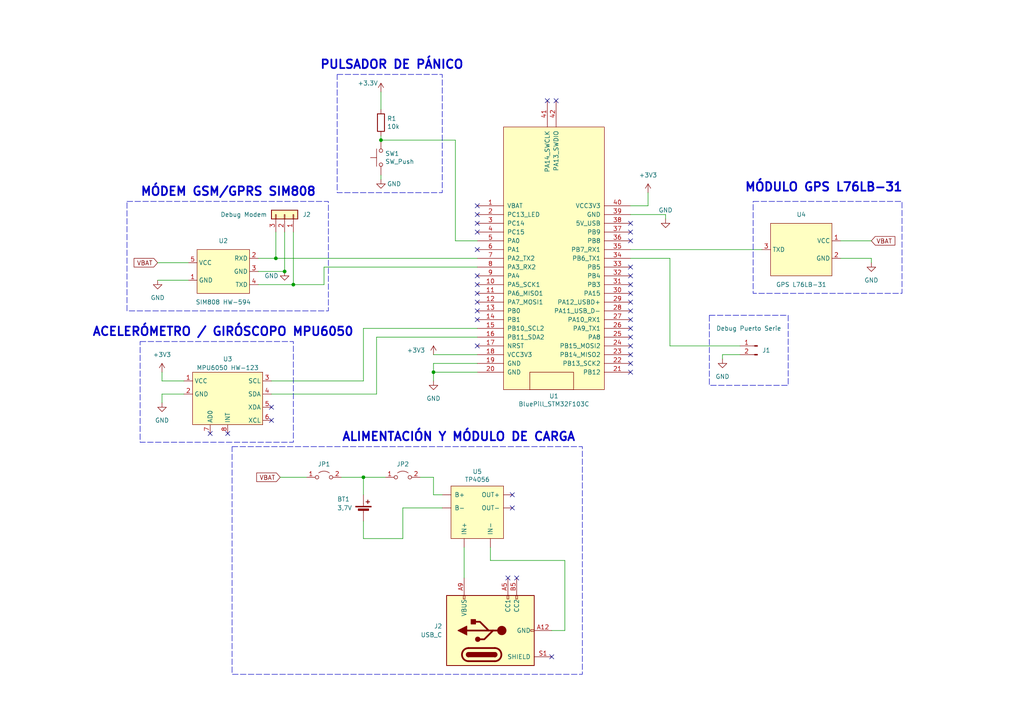
<source format=kicad_sch>
(kicad_sch (version 20230121) (generator eeschema)

  (uuid 474708fa-de33-4f48-b40f-a9b7a8e5ff06)

  (paper "A4")

  (title_block
    (title "Dispositivo de Localización y Seguimiento")
    (date "2023-11-29")
    (rev "1.0")
    (company "Técnicas Digitales III - Ingeniería Electrónica - UNLaM")
    (comment 1 "Diseñado por: Nicolás Agostino")
  )

  (lib_symbols
    (symbol "Connector:Conn_01x02_Pin" (pin_names (offset 1.016) hide) (in_bom yes) (on_board yes)
      (property "Reference" "J" (at 0 2.54 0)
        (effects (font (size 1.27 1.27)))
      )
      (property "Value" "Conn_01x02_Pin" (at 0 -5.08 0)
        (effects (font (size 1.27 1.27)))
      )
      (property "Footprint" "" (at 0 0 0)
        (effects (font (size 1.27 1.27)) hide)
      )
      (property "Datasheet" "~" (at 0 0 0)
        (effects (font (size 1.27 1.27)) hide)
      )
      (property "ki_locked" "" (at 0 0 0)
        (effects (font (size 1.27 1.27)))
      )
      (property "ki_keywords" "connector" (at 0 0 0)
        (effects (font (size 1.27 1.27)) hide)
      )
      (property "ki_description" "Generic connector, single row, 01x02, script generated" (at 0 0 0)
        (effects (font (size 1.27 1.27)) hide)
      )
      (property "ki_fp_filters" "Connector*:*_1x??_*" (at 0 0 0)
        (effects (font (size 1.27 1.27)) hide)
      )
      (symbol "Conn_01x02_Pin_1_1"
        (polyline
          (pts
            (xy 1.27 -2.54)
            (xy 0.8636 -2.54)
          )
          (stroke (width 0.1524) (type default))
          (fill (type none))
        )
        (polyline
          (pts
            (xy 1.27 0)
            (xy 0.8636 0)
          )
          (stroke (width 0.1524) (type default))
          (fill (type none))
        )
        (rectangle (start 0.8636 -2.413) (end 0 -2.667)
          (stroke (width 0.1524) (type default))
          (fill (type outline))
        )
        (rectangle (start 0.8636 0.127) (end 0 -0.127)
          (stroke (width 0.1524) (type default))
          (fill (type outline))
        )
        (pin passive line (at 5.08 0 180) (length 3.81)
          (name "Pin_1" (effects (font (size 1.27 1.27))))
          (number "1" (effects (font (size 1.27 1.27))))
        )
        (pin passive line (at 5.08 -2.54 180) (length 3.81)
          (name "Pin_2" (effects (font (size 1.27 1.27))))
          (number "2" (effects (font (size 1.27 1.27))))
        )
      )
    )
    (symbol "Connector:USB_C_Receptacle_PowerOnly_6P" (pin_names (offset 1.016)) (in_bom yes) (on_board yes)
      (property "Reference" "J" (at 0 16.51 0)
        (effects (font (size 1.27 1.27)) (justify bottom))
      )
      (property "Value" "USB_C_Receptacle_PowerOnly_6P" (at 0 13.97 0)
        (effects (font (size 1.27 1.27)) (justify bottom))
      )
      (property "Footprint" "" (at 3.81 2.54 0)
        (effects (font (size 1.27 1.27)) hide)
      )
      (property "Datasheet" "https://www.usb.org/sites/default/files/documents/usb_type-c.zip" (at 0 0 0)
        (effects (font (size 1.27 1.27)) hide)
      )
      (property "ki_keywords" "usb universal serial bus type-C power-only charging-only 6P 6C" (at 0 0 0)
        (effects (font (size 1.27 1.27)) hide)
      )
      (property "ki_description" "USB Power-Only 6P Type-C Receptacle connector" (at 0 0 0)
        (effects (font (size 1.27 1.27)) hide)
      )
      (property "ki_fp_filters" "USB*C*Receptacle*" (at 0 0 0)
        (effects (font (size 1.27 1.27)) hide)
      )
      (symbol "USB_C_Receptacle_PowerOnly_6P_0_0"
        (rectangle (start -0.254 -12.7) (end 0.254 -11.684)
          (stroke (width 0) (type default))
          (fill (type none))
        )
        (rectangle (start 10.16 -7.366) (end 9.144 -7.874)
          (stroke (width 0) (type default))
          (fill (type none))
        )
        (rectangle (start 10.16 -4.826) (end 9.144 -5.334)
          (stroke (width 0) (type default))
          (fill (type none))
        )
        (rectangle (start 10.16 7.874) (end 9.144 7.366)
          (stroke (width 0) (type default))
          (fill (type none))
        )
      )
      (symbol "USB_C_Receptacle_PowerOnly_6P_0_1"
        (rectangle (start -10.16 12.7) (end 10.16 -12.7)
          (stroke (width 0.254) (type default))
          (fill (type background))
        )
        (arc (start -8.89 -1.27) (mid -6.985 -3.1667) (end -5.08 -1.27)
          (stroke (width 0.508) (type default))
          (fill (type none))
        )
        (arc (start -7.62 -1.27) (mid -6.985 -1.9023) (end -6.35 -1.27)
          (stroke (width 0.254) (type default))
          (fill (type none))
        )
        (arc (start -7.62 -1.27) (mid -6.985 -1.9023) (end -6.35 -1.27)
          (stroke (width 0.254) (type default))
          (fill (type outline))
        )
        (rectangle (start -7.62 -1.27) (end -6.35 6.35)
          (stroke (width 0.254) (type default))
          (fill (type outline))
        )
        (arc (start -6.35 6.35) (mid -6.985 6.9823) (end -7.62 6.35)
          (stroke (width 0.254) (type default))
          (fill (type none))
        )
        (arc (start -6.35 6.35) (mid -6.985 6.9823) (end -7.62 6.35)
          (stroke (width 0.254) (type default))
          (fill (type outline))
        )
        (arc (start -5.08 6.35) (mid -6.985 8.2467) (end -8.89 6.35)
          (stroke (width 0.508) (type default))
          (fill (type none))
        )
        (circle (center -2.54 3.683) (radius 0.635)
          (stroke (width 0.254) (type default))
          (fill (type outline))
        )
        (circle (center 0 -3.302) (radius 1.27)
          (stroke (width 0) (type default))
          (fill (type outline))
        )
        (polyline
          (pts
            (xy -8.89 -1.27)
            (xy -8.89 6.35)
          )
          (stroke (width 0.508) (type default))
          (fill (type none))
        )
        (polyline
          (pts
            (xy -5.08 6.35)
            (xy -5.08 -1.27)
          )
          (stroke (width 0.508) (type default))
          (fill (type none))
        )
        (polyline
          (pts
            (xy 0 -3.302)
            (xy 0 6.858)
          )
          (stroke (width 0.508) (type default))
          (fill (type none))
        )
        (polyline
          (pts
            (xy 0 -0.762)
            (xy -2.54 1.778)
            (xy -2.54 3.048)
          )
          (stroke (width 0.508) (type default))
          (fill (type none))
        )
        (polyline
          (pts
            (xy 0 0.508)
            (xy 2.54 3.048)
            (xy 2.54 4.318)
          )
          (stroke (width 0.508) (type default))
          (fill (type none))
        )
        (polyline
          (pts
            (xy -1.27 6.858)
            (xy 0 9.398)
            (xy 1.27 6.858)
            (xy -1.27 6.858)
          )
          (stroke (width 0.254) (type default))
          (fill (type outline))
        )
        (rectangle (start 1.905 4.318) (end 3.175 5.588)
          (stroke (width 0.254) (type default))
          (fill (type outline))
        )
      )
      (symbol "USB_C_Receptacle_PowerOnly_6P_1_1"
        (pin passive line (at 0 -17.78 90) (length 5.08)
          (name "GND" (effects (font (size 1.27 1.27))))
          (number "A12" (effects (font (size 1.27 1.27))))
        )
        (pin bidirectional line (at 15.24 -5.08 180) (length 5.08)
          (name "CC1" (effects (font (size 1.27 1.27))))
          (number "A5" (effects (font (size 1.27 1.27))))
        )
        (pin passive line (at 15.24 7.62 180) (length 5.08)
          (name "VBUS" (effects (font (size 1.27 1.27))))
          (number "A9" (effects (font (size 1.27 1.27))))
        )
        (pin passive line (at 0 -17.78 90) (length 5.08) hide
          (name "GND" (effects (font (size 1.27 1.27))))
          (number "B12" (effects (font (size 1.27 1.27))))
        )
        (pin bidirectional line (at 15.24 -7.62 180) (length 5.08)
          (name "CC2" (effects (font (size 1.27 1.27))))
          (number "B5" (effects (font (size 1.27 1.27))))
        )
        (pin passive line (at 15.24 7.62 180) (length 5.08) hide
          (name "VBUS" (effects (font (size 1.27 1.27))))
          (number "B9" (effects (font (size 1.27 1.27))))
        )
        (pin passive line (at -7.62 -17.78 90) (length 5.08)
          (name "SHIELD" (effects (font (size 1.27 1.27))))
          (number "S1" (effects (font (size 1.27 1.27))))
        )
      )
    )
    (symbol "Connector_Generic:Conn_01x03" (pin_names (offset 1.016) hide) (in_bom yes) (on_board yes)
      (property "Reference" "J" (at 0 5.08 0)
        (effects (font (size 1.27 1.27)))
      )
      (property "Value" "Conn_01x03" (at 0 -5.08 0)
        (effects (font (size 1.27 1.27)))
      )
      (property "Footprint" "" (at 0 0 0)
        (effects (font (size 1.27 1.27)) hide)
      )
      (property "Datasheet" "~" (at 0 0 0)
        (effects (font (size 1.27 1.27)) hide)
      )
      (property "ki_keywords" "connector" (at 0 0 0)
        (effects (font (size 1.27 1.27)) hide)
      )
      (property "ki_description" "Generic connector, single row, 01x03, script generated (kicad-library-utils/schlib/autogen/connector/)" (at 0 0 0)
        (effects (font (size 1.27 1.27)) hide)
      )
      (property "ki_fp_filters" "Connector*:*_1x??_*" (at 0 0 0)
        (effects (font (size 1.27 1.27)) hide)
      )
      (symbol "Conn_01x03_1_1"
        (rectangle (start -1.27 -2.413) (end 0 -2.667)
          (stroke (width 0.1524) (type default))
          (fill (type none))
        )
        (rectangle (start -1.27 0.127) (end 0 -0.127)
          (stroke (width 0.1524) (type default))
          (fill (type none))
        )
        (rectangle (start -1.27 2.667) (end 0 2.413)
          (stroke (width 0.1524) (type default))
          (fill (type none))
        )
        (rectangle (start -1.27 3.81) (end 1.27 -3.81)
          (stroke (width 0.254) (type default))
          (fill (type background))
        )
        (pin passive line (at -5.08 2.54 0) (length 3.81)
          (name "Pin_1" (effects (font (size 1.27 1.27))))
          (number "1" (effects (font (size 1.27 1.27))))
        )
        (pin passive line (at -5.08 0 0) (length 3.81)
          (name "Pin_2" (effects (font (size 1.27 1.27))))
          (number "2" (effects (font (size 1.27 1.27))))
        )
        (pin passive line (at -5.08 -2.54 0) (length 3.81)
          (name "Pin_3" (effects (font (size 1.27 1.27))))
          (number "3" (effects (font (size 1.27 1.27))))
        )
      )
    )
    (symbol "Device:Battery_Cell" (pin_numbers hide) (pin_names (offset 0) hide) (in_bom yes) (on_board yes)
      (property "Reference" "BT" (at 2.54 2.54 0)
        (effects (font (size 1.27 1.27)) (justify left))
      )
      (property "Value" "Battery_Cell" (at 2.54 0 0)
        (effects (font (size 1.27 1.27)) (justify left))
      )
      (property "Footprint" "" (at 0 1.524 90)
        (effects (font (size 1.27 1.27)) hide)
      )
      (property "Datasheet" "~" (at 0 1.524 90)
        (effects (font (size 1.27 1.27)) hide)
      )
      (property "ki_keywords" "battery cell" (at 0 0 0)
        (effects (font (size 1.27 1.27)) hide)
      )
      (property "ki_description" "Single-cell battery" (at 0 0 0)
        (effects (font (size 1.27 1.27)) hide)
      )
      (symbol "Battery_Cell_0_1"
        (rectangle (start -2.286 1.778) (end 2.286 1.524)
          (stroke (width 0) (type default))
          (fill (type outline))
        )
        (rectangle (start -1.524 1.016) (end 1.524 0.508)
          (stroke (width 0) (type default))
          (fill (type outline))
        )
        (polyline
          (pts
            (xy 0 0.762)
            (xy 0 0)
          )
          (stroke (width 0) (type default))
          (fill (type none))
        )
        (polyline
          (pts
            (xy 0 1.778)
            (xy 0 2.54)
          )
          (stroke (width 0) (type default))
          (fill (type none))
        )
        (polyline
          (pts
            (xy 0.762 3.048)
            (xy 1.778 3.048)
          )
          (stroke (width 0.254) (type default))
          (fill (type none))
        )
        (polyline
          (pts
            (xy 1.27 3.556)
            (xy 1.27 2.54)
          )
          (stroke (width 0.254) (type default))
          (fill (type none))
        )
      )
      (symbol "Battery_Cell_1_1"
        (pin passive line (at 0 5.08 270) (length 2.54)
          (name "+" (effects (font (size 1.27 1.27))))
          (number "1" (effects (font (size 1.27 1.27))))
        )
        (pin passive line (at 0 -2.54 90) (length 2.54)
          (name "-" (effects (font (size 1.27 1.27))))
          (number "2" (effects (font (size 1.27 1.27))))
        )
      )
    )
    (symbol "Device:R" (pin_numbers hide) (pin_names (offset 0)) (in_bom yes) (on_board yes)
      (property "Reference" "R" (at 2.032 0 90)
        (effects (font (size 1.27 1.27)))
      )
      (property "Value" "R" (at 0 0 90)
        (effects (font (size 1.27 1.27)))
      )
      (property "Footprint" "" (at -1.778 0 90)
        (effects (font (size 1.27 1.27)) hide)
      )
      (property "Datasheet" "~" (at 0 0 0)
        (effects (font (size 1.27 1.27)) hide)
      )
      (property "ki_keywords" "R res resistor" (at 0 0 0)
        (effects (font (size 1.27 1.27)) hide)
      )
      (property "ki_description" "Resistor" (at 0 0 0)
        (effects (font (size 1.27 1.27)) hide)
      )
      (property "ki_fp_filters" "R_*" (at 0 0 0)
        (effects (font (size 1.27 1.27)) hide)
      )
      (symbol "R_0_1"
        (rectangle (start -1.016 -2.54) (end 1.016 2.54)
          (stroke (width 0.254) (type default))
          (fill (type none))
        )
      )
      (symbol "R_1_1"
        (pin passive line (at 0 3.81 270) (length 1.27)
          (name "~" (effects (font (size 1.27 1.27))))
          (number "1" (effects (font (size 1.27 1.27))))
        )
        (pin passive line (at 0 -3.81 90) (length 1.27)
          (name "~" (effects (font (size 1.27 1.27))))
          (number "2" (effects (font (size 1.27 1.27))))
        )
      )
    )
    (symbol "Jumper:Jumper_2_Open" (pin_names (offset 0) hide) (in_bom yes) (on_board yes)
      (property "Reference" "JP" (at 0 2.794 0)
        (effects (font (size 1.27 1.27)))
      )
      (property "Value" "Jumper_2_Open" (at 0 -2.286 0)
        (effects (font (size 1.27 1.27)))
      )
      (property "Footprint" "" (at 0 0 0)
        (effects (font (size 1.27 1.27)) hide)
      )
      (property "Datasheet" "~" (at 0 0 0)
        (effects (font (size 1.27 1.27)) hide)
      )
      (property "ki_keywords" "Jumper SPST" (at 0 0 0)
        (effects (font (size 1.27 1.27)) hide)
      )
      (property "ki_description" "Jumper, 2-pole, open" (at 0 0 0)
        (effects (font (size 1.27 1.27)) hide)
      )
      (property "ki_fp_filters" "Jumper* TestPoint*2Pads* TestPoint*Bridge*" (at 0 0 0)
        (effects (font (size 1.27 1.27)) hide)
      )
      (symbol "Jumper_2_Open_0_0"
        (circle (center -2.032 0) (radius 0.508)
          (stroke (width 0) (type default))
          (fill (type none))
        )
        (circle (center 2.032 0) (radius 0.508)
          (stroke (width 0) (type default))
          (fill (type none))
        )
      )
      (symbol "Jumper_2_Open_0_1"
        (arc (start 1.524 1.27) (mid 0 1.778) (end -1.524 1.27)
          (stroke (width 0) (type default))
          (fill (type none))
        )
      )
      (symbol "Jumper_2_Open_1_1"
        (pin passive line (at -5.08 0 0) (length 2.54)
          (name "A" (effects (font (size 1.27 1.27))))
          (number "1" (effects (font (size 1.27 1.27))))
        )
        (pin passive line (at 5.08 0 180) (length 2.54)
          (name "B" (effects (font (size 1.27 1.27))))
          (number "2" (effects (font (size 1.27 1.27))))
        )
      )
    )
    (symbol "Oximetro_Pulsos-rescue:BluePill_STM32F103C-bluepill_breakouts" (pin_names (offset 1.016)) (in_bom yes) (on_board yes)
      (property "Reference" "U1" (at 0.635 -37.4142 0)
        (effects (font (size 1.27 1.27)))
      )
      (property "Value" "BluePill_STM32F103C" (at 0.635 -39.7256 0)
        (effects (font (size 1.27 1.27)))
      )
      (property "Footprint" "BluePill_breakouts:BluePill_STM32F103C" (at 1.27 -40.64 0)
        (effects (font (size 1.27 1.27)) hide)
      )
      (property "Datasheet" "www.rogerclark.net" (at 0 -38.1 0)
        (effects (font (size 1.27 1.27)) hide)
      )
      (symbol "BluePill_STM32F103C-bluepill_breakouts_0_1"
        (rectangle (start -6.35 -35.56) (end 6.35 -30.48)
          (stroke (width 0) (type solid))
          (fill (type none))
        )
      )
      (symbol "BluePill_STM32F103C-bluepill_breakouts_1_0"
        (rectangle (start -13.97 40.64) (end 15.24 -35.56)
          (stroke (width 0) (type solid))
          (fill (type background))
        )
      )
      (symbol "BluePill_STM32F103C-bluepill_breakouts_1_1"
        (pin power_in line (at -21.59 17.78 0) (length 7.62)
          (name "VBAT" (effects (font (size 1.27 1.27))))
          (number "1" (effects (font (size 1.27 1.27))))
        )
        (pin bidirectional line (at -21.59 -5.08 0) (length 7.62)
          (name "PA5_SCK1" (effects (font (size 1.27 1.27))))
          (number "10" (effects (font (size 1.27 1.27))))
        )
        (pin bidirectional line (at -21.59 -7.62 0) (length 7.62)
          (name "PA6_MISO1" (effects (font (size 1.27 1.27))))
          (number "11" (effects (font (size 1.27 1.27))))
        )
        (pin bidirectional line (at -21.59 -10.16 0) (length 7.62)
          (name "PA7_MOSI1" (effects (font (size 1.27 1.27))))
          (number "12" (effects (font (size 1.27 1.27))))
        )
        (pin bidirectional line (at -21.59 -12.7 0) (length 7.62)
          (name "PB0" (effects (font (size 1.27 1.27))))
          (number "13" (effects (font (size 1.27 1.27))))
        )
        (pin bidirectional line (at -21.59 -15.24 0) (length 7.62)
          (name "PB1" (effects (font (size 1.27 1.27))))
          (number "14" (effects (font (size 1.27 1.27))))
        )
        (pin bidirectional line (at -21.59 -17.78 0) (length 7.62)
          (name "PB10_SCL2" (effects (font (size 1.27 1.27))))
          (number "15" (effects (font (size 1.27 1.27))))
        )
        (pin bidirectional line (at -21.59 -20.32 0) (length 7.62)
          (name "PB11_SDA2" (effects (font (size 1.27 1.27))))
          (number "16" (effects (font (size 1.27 1.27))))
        )
        (pin input line (at -21.59 -22.86 0) (length 7.62)
          (name "NRST" (effects (font (size 1.27 1.27))))
          (number "17" (effects (font (size 1.27 1.27))))
        )
        (pin bidirectional line (at -21.59 -25.4 0) (length 7.62)
          (name "VCC3V3" (effects (font (size 1.27 1.27))))
          (number "18" (effects (font (size 1.27 1.27))))
        )
        (pin power_in line (at -21.59 -27.94 0) (length 7.62)
          (name "GND" (effects (font (size 1.27 1.27))))
          (number "19" (effects (font (size 1.27 1.27))))
        )
        (pin bidirectional line (at -21.59 15.24 0) (length 7.62)
          (name "PC13_LED" (effects (font (size 1.27 1.27))))
          (number "2" (effects (font (size 1.27 1.27))))
        )
        (pin power_in line (at -21.59 -30.48 0) (length 7.62)
          (name "GND" (effects (font (size 1.27 1.27))))
          (number "20" (effects (font (size 1.27 1.27))))
        )
        (pin bidirectional line (at 22.86 -30.48 180) (length 7.62)
          (name "PB12" (effects (font (size 1.27 1.27))))
          (number "21" (effects (font (size 1.27 1.27))))
        )
        (pin bidirectional line (at 22.86 -27.94 180) (length 7.62)
          (name "PB13_SCK2" (effects (font (size 1.27 1.27))))
          (number "22" (effects (font (size 1.27 1.27))))
        )
        (pin bidirectional line (at 22.86 -25.4 180) (length 7.62)
          (name "PB14_MISO2" (effects (font (size 1.27 1.27))))
          (number "23" (effects (font (size 1.27 1.27))))
        )
        (pin bidirectional line (at 22.86 -22.86 180) (length 7.62)
          (name "PB15_MOSI2" (effects (font (size 1.27 1.27))))
          (number "24" (effects (font (size 1.27 1.27))))
        )
        (pin bidirectional line (at 22.86 -20.32 180) (length 7.62)
          (name "PA8" (effects (font (size 1.27 1.27))))
          (number "25" (effects (font (size 1.27 1.27))))
        )
        (pin bidirectional line (at 22.86 -17.78 180) (length 7.62)
          (name "PA9_TX1" (effects (font (size 1.27 1.27))))
          (number "26" (effects (font (size 1.27 1.27))))
        )
        (pin bidirectional line (at 22.86 -15.24 180) (length 7.62)
          (name "PA10_RX1" (effects (font (size 1.27 1.27))))
          (number "27" (effects (font (size 1.27 1.27))))
        )
        (pin bidirectional line (at 22.86 -12.7 180) (length 7.62)
          (name "PA11_USB_D-" (effects (font (size 1.27 1.27))))
          (number "28" (effects (font (size 1.27 1.27))))
        )
        (pin bidirectional line (at 22.86 -10.16 180) (length 7.62)
          (name "PA12_USBD+" (effects (font (size 1.27 1.27))))
          (number "29" (effects (font (size 1.27 1.27))))
        )
        (pin bidirectional line (at -21.59 12.7 0) (length 7.62)
          (name "PC14" (effects (font (size 1.27 1.27))))
          (number "3" (effects (font (size 1.27 1.27))))
        )
        (pin bidirectional line (at 22.86 -7.62 180) (length 7.62)
          (name "PA15" (effects (font (size 1.27 1.27))))
          (number "30" (effects (font (size 1.27 1.27))))
        )
        (pin bidirectional line (at 22.86 -5.08 180) (length 7.62)
          (name "PB3" (effects (font (size 1.27 1.27))))
          (number "31" (effects (font (size 1.27 1.27))))
        )
        (pin bidirectional line (at 22.86 -2.54 180) (length 7.62)
          (name "PB4" (effects (font (size 1.27 1.27))))
          (number "32" (effects (font (size 1.27 1.27))))
        )
        (pin bidirectional line (at 22.86 0 180) (length 7.62)
          (name "PB5" (effects (font (size 1.27 1.27))))
          (number "33" (effects (font (size 1.27 1.27))))
        )
        (pin bidirectional line (at 22.86 2.54 180) (length 7.62)
          (name "PB6_TX1" (effects (font (size 1.27 1.27))))
          (number "34" (effects (font (size 1.27 1.27))))
        )
        (pin bidirectional line (at 22.86 5.08 180) (length 7.62)
          (name "PB7_RX1" (effects (font (size 1.27 1.27))))
          (number "35" (effects (font (size 1.27 1.27))))
        )
        (pin bidirectional line (at 22.86 7.62 180) (length 7.62)
          (name "PB8" (effects (font (size 1.27 1.27))))
          (number "36" (effects (font (size 1.27 1.27))))
        )
        (pin bidirectional line (at 22.86 10.16 180) (length 7.62)
          (name "PB9" (effects (font (size 1.27 1.27))))
          (number "37" (effects (font (size 1.27 1.27))))
        )
        (pin bidirectional line (at 22.86 12.7 180) (length 7.62)
          (name "5V_USB" (effects (font (size 1.27 1.27))))
          (number "38" (effects (font (size 1.27 1.27))))
        )
        (pin power_in line (at 22.86 15.24 180) (length 7.62)
          (name "GND" (effects (font (size 1.27 1.27))))
          (number "39" (effects (font (size 1.27 1.27))))
        )
        (pin bidirectional line (at -21.59 10.16 0) (length 7.62)
          (name "PC15" (effects (font (size 1.27 1.27))))
          (number "4" (effects (font (size 1.27 1.27))))
        )
        (pin bidirectional line (at 22.86 17.78 180) (length 7.62)
          (name "VCC3V3" (effects (font (size 1.27 1.27))))
          (number "40" (effects (font (size 1.27 1.27))))
        )
        (pin bidirectional line (at -1.27 48.26 270) (length 7.62)
          (name "PA14_SWCLK" (effects (font (size 1.27 1.27))))
          (number "41" (effects (font (size 1.27 1.27))))
        )
        (pin bidirectional line (at 1.27 48.26 270) (length 7.62)
          (name "PA13_SWDIO" (effects (font (size 1.27 1.27))))
          (number "42" (effects (font (size 1.27 1.27))))
        )
        (pin bidirectional line (at -21.59 7.62 0) (length 7.62)
          (name "PA0" (effects (font (size 1.27 1.27))))
          (number "5" (effects (font (size 1.27 1.27))))
        )
        (pin bidirectional line (at -21.59 5.08 0) (length 7.62)
          (name "PA1" (effects (font (size 1.27 1.27))))
          (number "6" (effects (font (size 1.27 1.27))))
        )
        (pin bidirectional line (at -21.59 2.54 0) (length 7.62)
          (name "PA2_TX2" (effects (font (size 1.27 1.27))))
          (number "7" (effects (font (size 1.27 1.27))))
        )
        (pin bidirectional line (at -21.59 0 0) (length 7.62)
          (name "PA3_RX2" (effects (font (size 1.27 1.27))))
          (number "8" (effects (font (size 1.27 1.27))))
        )
        (pin bidirectional line (at -21.59 -2.54 0) (length 7.62)
          (name "PA4" (effects (font (size 1.27 1.27))))
          (number "9" (effects (font (size 1.27 1.27))))
        )
      )
    )
    (symbol "Oximetro_Pulsos-rescue:TP4056-TP4056" (pin_names (offset 1.016)) (in_bom yes) (on_board yes)
      (property "Reference" "U" (at 0 5.08 0)
        (effects (font (size 1.27 1.27)))
      )
      (property "Value" "TP4056_TP4056" (at 0 7.62 0)
        (effects (font (size 1.27 1.27)))
      )
      (property "Footprint" "" (at 0 0 0)
        (effects (font (size 1.27 1.27)) hide)
      )
      (property "Datasheet" "" (at 0 0 0)
        (effects (font (size 1.27 1.27)) hide)
      )
      (symbol "TP4056-TP4056_0_1"
        (rectangle (start -7.62 3.81) (end 7.62 -11.43)
          (stroke (width 0) (type solid))
          (fill (type background))
        )
      )
      (symbol "TP4056-TP4056_1_1"
        (pin input line (at -10.16 1.27 0) (length 2.54)
          (name "B+" (effects (font (size 1.27 1.27))))
          (number "~" (effects (font (size 1.27 1.27))))
        )
        (pin input line (at -10.16 -2.54 0) (length 2.54)
          (name "B-" (effects (font (size 1.27 1.27))))
          (number "~" (effects (font (size 1.27 1.27))))
        )
        (pin input line (at -3.81 -13.97 90) (length 2.54)
          (name "IN+" (effects (font (size 1.27 1.27))))
          (number "~" (effects (font (size 1.27 1.27))))
        )
        (pin input line (at 3.81 -13.97 90) (length 2.54)
          (name "IN-" (effects (font (size 1.27 1.27))))
          (number "~" (effects (font (size 1.27 1.27))))
        )
        (pin output line (at 10.16 1.27 180) (length 2.54)
          (name "OUT+" (effects (font (size 1.27 1.27))))
          (number "~" (effects (font (size 1.27 1.27))))
        )
        (pin output line (at 10.16 -2.54 180) (length 2.54)
          (name "OUT-" (effects (font (size 1.27 1.27))))
          (number "~" (effects (font (size 1.27 1.27))))
        )
      )
    )
    (symbol "ProyectoTDIII:GPS_L76LB-31" (in_bom yes) (on_board yes)
      (property "Reference" "U3" (at 0 10.16 0)
        (effects (font (size 1.27 1.27)))
      )
      (property "Value" "GPS L76LB-31" (at 0 -10.16 0)
        (effects (font (size 1.27 1.27)))
      )
      (property "Footprint" "ProyectoTDIII:GPS_L76LB-31" (at -1.27 -6.35 0)
        (effects (font (size 1.27 1.27)) hide)
      )
      (property "Datasheet" "" (at 0 0 0)
        (effects (font (size 1.27 1.27)) hide)
      )
      (symbol "GPS_L76LB-31_1_1"
        (rectangle (start -8.89 7.62) (end 8.89 -7.62)
          (stroke (width 0) (type default))
          (fill (type background))
        )
        (pin power_in line (at 11.43 2.54 180) (length 2.54)
          (name "VCC" (effects (font (size 1.27 1.27))))
          (number "1" (effects (font (size 1.27 1.27))))
        )
        (pin power_in line (at 11.43 -2.54 180) (length 2.54)
          (name "GND" (effects (font (size 1.27 1.27))))
          (number "2" (effects (font (size 1.27 1.27))))
        )
        (pin output line (at -11.43 0 0) (length 2.54)
          (name "TXD" (effects (font (size 1.27 1.27))))
          (number "3" (effects (font (size 1.27 1.27))))
        )
      )
    )
    (symbol "ProyectoTDIII:MPU6050_HW-123" (in_bom yes) (on_board yes)
      (property "Reference" "U3" (at 0 13.97 0)
        (effects (font (size 1.27 1.27)))
      )
      (property "Value" "" (at 0 0 0)
        (effects (font (size 1.27 1.27)))
      )
      (property "Footprint" "" (at 0 0 0)
        (effects (font (size 1.27 1.27)) hide)
      )
      (property "Datasheet" "" (at 0 0 0)
        (effects (font (size 1.27 1.27)) hide)
      )
      (symbol "MPU6050_HW-123_1_1"
        (rectangle (start -10.16 7.62) (end 10.16 -7.62)
          (stroke (width 0) (type default))
          (fill (type background))
        )
        (pin power_in line (at -12.7 5.08 0) (length 2.54)
          (name "VCC" (effects (font (size 1.27 1.27))))
          (number "1" (effects (font (size 1.27 1.27))))
        )
        (pin power_in line (at -12.7 1.27 0) (length 2.54)
          (name "GND" (effects (font (size 1.27 1.27))))
          (number "2" (effects (font (size 1.27 1.27))))
        )
        (pin bidirectional line (at 12.7 5.08 180) (length 2.54)
          (name "SCL" (effects (font (size 1.27 1.27))))
          (number "3" (effects (font (size 1.27 1.27))))
        )
        (pin bidirectional line (at 12.7 1.27 180) (length 2.54)
          (name "SDA" (effects (font (size 1.27 1.27))))
          (number "4" (effects (font (size 1.27 1.27))))
        )
        (pin bidirectional line (at 12.7 -2.54 180) (length 2.54)
          (name "XDA" (effects (font (size 1.27 1.27))))
          (number "5" (effects (font (size 1.27 1.27))))
        )
        (pin bidirectional line (at 12.7 -6.35 180) (length 2.54)
          (name "XCL" (effects (font (size 1.27 1.27))))
          (number "6" (effects (font (size 1.27 1.27))))
        )
        (pin bidirectional line (at -5.08 -10.16 90) (length 2.54)
          (name "AD0" (effects (font (size 1.27 1.27))))
          (number "7" (effects (font (size 1.27 1.27))))
        )
        (pin bidirectional line (at 0 -10.16 90) (length 2.54)
          (name "INT" (effects (font (size 1.27 1.27))))
          (number "8" (effects (font (size 1.27 1.27))))
        )
      )
    )
    (symbol "ProyectoTDIII:SIM808_HW-594" (in_bom yes) (on_board yes)
      (property "Reference" "U" (at 1.27 8.89 0)
        (effects (font (size 1.27 1.27)))
      )
      (property "Value" "" (at 0 0 0)
        (effects (font (size 1.27 1.27)))
      )
      (property "Footprint" "ProyectoTDIII:SIM808_HW-594" (at 0 -7.62 0)
        (effects (font (size 1.27 1.27)) hide)
      )
      (property "Datasheet" "" (at 0 0 0)
        (effects (font (size 1.27 1.27)) hide)
      )
      (property "ki_locked" "" (at 0 0 0)
        (effects (font (size 1.27 1.27)))
      )
      (symbol "SIM808_HW-594_1_1"
        (rectangle (start -7.62 6.35) (end 7.62 -6.35)
          (stroke (width 0) (type default))
          (fill (type background))
        )
        (pin power_in line (at -10.16 -2.54 0) (length 2.54)
          (name "GND" (effects (font (size 1.27 1.27))))
          (number "1" (effects (font (size 1.27 1.27))))
        )
        (pin input line (at 10.16 3.81 180) (length 2.54)
          (name "RXD" (effects (font (size 1.27 1.27))))
          (number "2" (effects (font (size 1.27 1.27))))
        )
        (pin power_in line (at 10.16 0 180) (length 2.54)
          (name "GND" (effects (font (size 1.27 1.27))))
          (number "3" (effects (font (size 1.27 1.27))))
        )
        (pin output line (at 10.16 -3.81 180) (length 2.54)
          (name "TXD" (effects (font (size 1.27 1.27))))
          (number "4" (effects (font (size 1.27 1.27))))
        )
        (pin power_in line (at -10.16 2.54 0) (length 2.54)
          (name "VCC" (effects (font (size 1.27 1.27))))
          (number "5" (effects (font (size 1.27 1.27))))
        )
      )
    )
    (symbol "Switch:SW_Push" (pin_numbers hide) (pin_names (offset 1.016) hide) (in_bom yes) (on_board yes)
      (property "Reference" "SW" (at 1.27 2.54 0)
        (effects (font (size 1.27 1.27)) (justify left))
      )
      (property "Value" "SW_Push" (at 0 -1.524 0)
        (effects (font (size 1.27 1.27)))
      )
      (property "Footprint" "" (at 0 5.08 0)
        (effects (font (size 1.27 1.27)) hide)
      )
      (property "Datasheet" "~" (at 0 5.08 0)
        (effects (font (size 1.27 1.27)) hide)
      )
      (property "ki_keywords" "switch normally-open pushbutton push-button" (at 0 0 0)
        (effects (font (size 1.27 1.27)) hide)
      )
      (property "ki_description" "Push button switch, generic, two pins" (at 0 0 0)
        (effects (font (size 1.27 1.27)) hide)
      )
      (symbol "SW_Push_0_1"
        (circle (center -2.032 0) (radius 0.508)
          (stroke (width 0) (type default))
          (fill (type none))
        )
        (polyline
          (pts
            (xy 0 1.27)
            (xy 0 3.048)
          )
          (stroke (width 0) (type default))
          (fill (type none))
        )
        (polyline
          (pts
            (xy 2.54 1.27)
            (xy -2.54 1.27)
          )
          (stroke (width 0) (type default))
          (fill (type none))
        )
        (circle (center 2.032 0) (radius 0.508)
          (stroke (width 0) (type default))
          (fill (type none))
        )
        (pin passive line (at -5.08 0 0) (length 2.54)
          (name "1" (effects (font (size 1.27 1.27))))
          (number "1" (effects (font (size 1.27 1.27))))
        )
        (pin passive line (at 5.08 0 180) (length 2.54)
          (name "2" (effects (font (size 1.27 1.27))))
          (number "2" (effects (font (size 1.27 1.27))))
        )
      )
    )
    (symbol "power:+3.3V" (power) (pin_names (offset 0)) (in_bom yes) (on_board yes)
      (property "Reference" "#PWR" (at 0 -3.81 0)
        (effects (font (size 1.27 1.27)) hide)
      )
      (property "Value" "+3.3V" (at 0 3.556 0)
        (effects (font (size 1.27 1.27)))
      )
      (property "Footprint" "" (at 0 0 0)
        (effects (font (size 1.27 1.27)) hide)
      )
      (property "Datasheet" "" (at 0 0 0)
        (effects (font (size 1.27 1.27)) hide)
      )
      (property "ki_keywords" "global power" (at 0 0 0)
        (effects (font (size 1.27 1.27)) hide)
      )
      (property "ki_description" "Power symbol creates a global label with name \"+3.3V\"" (at 0 0 0)
        (effects (font (size 1.27 1.27)) hide)
      )
      (symbol "+3.3V_0_1"
        (polyline
          (pts
            (xy -0.762 1.27)
            (xy 0 2.54)
          )
          (stroke (width 0) (type default))
          (fill (type none))
        )
        (polyline
          (pts
            (xy 0 0)
            (xy 0 2.54)
          )
          (stroke (width 0) (type default))
          (fill (type none))
        )
        (polyline
          (pts
            (xy 0 2.54)
            (xy 0.762 1.27)
          )
          (stroke (width 0) (type default))
          (fill (type none))
        )
      )
      (symbol "+3.3V_1_1"
        (pin power_in line (at 0 0 90) (length 0) hide
          (name "+3.3V" (effects (font (size 1.27 1.27))))
          (number "1" (effects (font (size 1.27 1.27))))
        )
      )
    )
    (symbol "power:+3V3" (power) (pin_names (offset 0)) (in_bom yes) (on_board yes)
      (property "Reference" "#PWR" (at 0 -3.81 0)
        (effects (font (size 1.27 1.27)) hide)
      )
      (property "Value" "+3V3" (at 0 3.556 0)
        (effects (font (size 1.27 1.27)))
      )
      (property "Footprint" "" (at 0 0 0)
        (effects (font (size 1.27 1.27)) hide)
      )
      (property "Datasheet" "" (at 0 0 0)
        (effects (font (size 1.27 1.27)) hide)
      )
      (property "ki_keywords" "global power" (at 0 0 0)
        (effects (font (size 1.27 1.27)) hide)
      )
      (property "ki_description" "Power symbol creates a global label with name \"+3V3\"" (at 0 0 0)
        (effects (font (size 1.27 1.27)) hide)
      )
      (symbol "+3V3_0_1"
        (polyline
          (pts
            (xy -0.762 1.27)
            (xy 0 2.54)
          )
          (stroke (width 0) (type default))
          (fill (type none))
        )
        (polyline
          (pts
            (xy 0 0)
            (xy 0 2.54)
          )
          (stroke (width 0) (type default))
          (fill (type none))
        )
        (polyline
          (pts
            (xy 0 2.54)
            (xy 0.762 1.27)
          )
          (stroke (width 0) (type default))
          (fill (type none))
        )
      )
      (symbol "+3V3_1_1"
        (pin power_in line (at 0 0 90) (length 0) hide
          (name "+3V3" (effects (font (size 1.27 1.27))))
          (number "1" (effects (font (size 1.27 1.27))))
        )
      )
    )
    (symbol "power:GND" (power) (pin_names (offset 0)) (in_bom yes) (on_board yes)
      (property "Reference" "#PWR" (at 0 -6.35 0)
        (effects (font (size 1.27 1.27)) hide)
      )
      (property "Value" "GND" (at 0 -3.81 0)
        (effects (font (size 1.27 1.27)))
      )
      (property "Footprint" "" (at 0 0 0)
        (effects (font (size 1.27 1.27)) hide)
      )
      (property "Datasheet" "" (at 0 0 0)
        (effects (font (size 1.27 1.27)) hide)
      )
      (property "ki_keywords" "global power" (at 0 0 0)
        (effects (font (size 1.27 1.27)) hide)
      )
      (property "ki_description" "Power symbol creates a global label with name \"GND\" , ground" (at 0 0 0)
        (effects (font (size 1.27 1.27)) hide)
      )
      (symbol "GND_0_1"
        (polyline
          (pts
            (xy 0 0)
            (xy 0 -1.27)
            (xy 1.27 -1.27)
            (xy 0 -2.54)
            (xy -1.27 -1.27)
            (xy 0 -1.27)
          )
          (stroke (width 0) (type default))
          (fill (type none))
        )
      )
      (symbol "GND_1_1"
        (pin power_in line (at 0 0 270) (length 0) hide
          (name "GND" (effects (font (size 1.27 1.27))))
          (number "1" (effects (font (size 1.27 1.27))))
        )
      )
    )
  )

  (junction (at 82.55 78.74) (diameter 0) (color 0 0 0 0)
    (uuid 24d5fc05-a024-414f-8c6b-1dc6feccc9d2)
  )
  (junction (at 110.49 40.64) (diameter 0) (color 0 0 0 0)
    (uuid 470d0745-1197-4e02-9567-20e3d20e7806)
  )
  (junction (at 85.09 82.55) (diameter 0) (color 0 0 0 0)
    (uuid 52ff0321-3a97-4df2-8b46-ba46983472fd)
  )
  (junction (at 105.41 138.43) (diameter 0) (color 0 0 0 0)
    (uuid 889be12d-360b-4573-87d8-af6a91eadb9b)
  )
  (junction (at 125.73 107.95) (diameter 0) (color 0 0 0 0)
    (uuid c1d15855-89fc-490e-807a-ae2f479e7c9a)
  )
  (junction (at 80.01 74.93) (diameter 0) (color 0 0 0 0)
    (uuid d986cb57-810c-4389-89d0-0643c8e10a64)
  )

  (no_connect (at 138.43 85.09) (uuid 0569dea8-b3f9-42c0-9fd5-455386dfdc25))
  (no_connect (at 182.88 85.09) (uuid 088e2155-43cc-4f82-bf4b-556218f78426))
  (no_connect (at 138.43 100.33) (uuid 0ef0ff0f-741d-4253-9f15-7eb6ac0af3d0))
  (no_connect (at 78.74 121.92) (uuid 116ce725-04c7-46fa-91e4-40f327be6263))
  (no_connect (at 182.88 92.71) (uuid 175e2d29-f600-4284-a414-fffd309492e0))
  (no_connect (at 182.88 102.87) (uuid 21d972f8-1952-40d2-8221-591ca13b1dad))
  (no_connect (at 138.43 62.23) (uuid 29700ae6-d122-4e9b-9a02-796450fa3c88))
  (no_connect (at 138.43 87.63) (uuid 318fc867-4ba3-4fbb-9662-4989385e5e1b))
  (no_connect (at 149.86 167.64) (uuid 33e0f38c-1275-4711-9471-c7b815a8d633))
  (no_connect (at 66.04 125.73) (uuid 36fc6901-5dcf-41d7-8bde-227b30822007))
  (no_connect (at 182.88 107.95) (uuid 4aea249f-03a6-4aae-9009-788da4624cdb))
  (no_connect (at 138.43 72.39) (uuid 5486a210-162d-446e-bc1a-e046dd900164))
  (no_connect (at 78.74 118.11) (uuid 5d025368-5103-44ca-9d1c-2efb8720b650))
  (no_connect (at 182.88 82.55) (uuid 63911325-9aff-4dfc-84bc-e7681186e8cb))
  (no_connect (at 182.88 77.47) (uuid 658ec9c6-0065-47b5-9a70-045aa24b9e4c))
  (no_connect (at 182.88 95.25) (uuid 6a364bbe-1104-4f1b-af84-a6971224a88a))
  (no_connect (at 138.43 67.31) (uuid 6af102cd-8570-47cd-97b8-8a73140b3383))
  (no_connect (at 182.88 67.31) (uuid 6d8caa74-a430-4b57-b055-9ffe5e83d0e7))
  (no_connect (at 138.43 80.01) (uuid 7f265b76-40ea-4543-a32d-7173824f7e61))
  (no_connect (at 160.02 190.5) (uuid 84f6e294-cb99-4182-8e26-74b18d0557cb))
  (no_connect (at 182.88 90.17) (uuid 9457be6d-2ba4-42d0-ab6a-37d6bd044e7b))
  (no_connect (at 60.96 125.73) (uuid a536c958-8073-4472-a0c4-bb360f467390))
  (no_connect (at 182.88 87.63) (uuid a84f4eb7-9f27-41de-9c8b-c9004d116bd2))
  (no_connect (at 161.29 29.21) (uuid aaaf1a72-0b16-49c6-8a23-90d870fd6321))
  (no_connect (at 182.88 105.41) (uuid be8c027b-9aa1-49d6-9bed-8e02dff45fa4))
  (no_connect (at 182.88 64.77) (uuid c0a407d9-ab05-4529-bf4a-9d957073d35d))
  (no_connect (at 182.88 80.01) (uuid d393eab1-a050-43a0-b2e3-56eede7427be))
  (no_connect (at 147.32 167.64) (uuid d42ca4d6-1181-4bed-8d44-75057f261403))
  (no_connect (at 158.75 29.21) (uuid d4c5d61b-dd36-49fb-a0b4-6185c8877d67))
  (no_connect (at 148.59 147.32) (uuid d4e9eba6-07d2-48da-bb16-d5df80d9fd84))
  (no_connect (at 138.43 59.69) (uuid d524237a-8d01-4c06-8d44-4330c6846b8c))
  (no_connect (at 182.88 69.85) (uuid e1ededff-e41b-49e5-80f3-21c701a0c6cb))
  (no_connect (at 148.59 143.51) (uuid e2b36f1e-7420-408d-8991-15b4c5a28c3a))
  (no_connect (at 182.88 97.79) (uuid e3d5122b-a745-48b9-b23a-f67a4919de96))
  (no_connect (at 138.43 82.55) (uuid e59b3285-5463-468d-8a05-ac378fd6f3cf))
  (no_connect (at 138.43 64.77) (uuid e7574324-5511-4095-a35a-2156ed684150))
  (no_connect (at 182.88 100.33) (uuid e7c95326-1ab9-44b8-a381-106b4f59adca))
  (no_connect (at 138.43 90.17) (uuid f8baad82-8e8e-4305-89ce-b52473353574))
  (no_connect (at 138.43 92.71) (uuid fc3ef645-3ca9-495f-8b79-1816de446798))

  (wire (pts (xy 252.73 69.85) (xy 243.84 69.85))
    (stroke (width 0) (type default))
    (uuid 05a02ca7-980f-412a-a0c9-ce9081e76fa7)
  )
  (wire (pts (xy 81.28 138.43) (xy 88.9 138.43))
    (stroke (width 0) (type default))
    (uuid 08626553-bfd5-42c9-b45f-327be9495f84)
  )
  (wire (pts (xy 125.73 143.51) (xy 128.27 143.51))
    (stroke (width 0) (type default))
    (uuid 0f61a132-dbd9-4d8d-9f6f-90c446b5e72f)
  )
  (wire (pts (xy 110.49 52.07) (xy 110.49 50.8))
    (stroke (width 0) (type default))
    (uuid 11cea4da-538c-4e0e-b2bd-3f59e267e7b7)
  )
  (wire (pts (xy 109.22 97.79) (xy 109.22 114.3))
    (stroke (width 0) (type default))
    (uuid 1c0ddee3-19db-401e-882a-c0acfa606be5)
  )
  (wire (pts (xy 99.06 138.43) (xy 105.41 138.43))
    (stroke (width 0) (type default))
    (uuid 1e8e5f66-a9c5-469c-8dca-eb6bf95ad4e4)
  )
  (wire (pts (xy 78.74 110.49) (xy 105.41 110.49))
    (stroke (width 0) (type default))
    (uuid 25bc054c-35db-4893-8d18-413de75ab501)
  )
  (wire (pts (xy 182.88 72.39) (xy 220.98 72.39))
    (stroke (width 0) (type default))
    (uuid 29416109-97b2-4082-be1a-060e5a08e946)
  )
  (wire (pts (xy 105.41 110.49) (xy 105.41 95.25))
    (stroke (width 0) (type default))
    (uuid 29c2b020-a5b3-4bb2-89a6-5f1483929738)
  )
  (wire (pts (xy 110.49 40.64) (xy 132.08 40.64))
    (stroke (width 0) (type default))
    (uuid 2c9ab69a-c09b-46c1-8b36-f65746e4570b)
  )
  (wire (pts (xy 80.01 67.31) (xy 80.01 74.93))
    (stroke (width 0) (type default))
    (uuid 2d4a07dd-5365-4fea-8f87-734e40907dad)
  )
  (wire (pts (xy 134.62 158.75) (xy 134.62 167.64))
    (stroke (width 0) (type default))
    (uuid 2e0b8b9e-996f-4ac2-8ac6-91cd83134eaf)
  )
  (wire (pts (xy 74.93 74.93) (xy 80.01 74.93))
    (stroke (width 0) (type default))
    (uuid 3483b929-57a1-40ed-93a3-5f070ee549b5)
  )
  (wire (pts (xy 194.31 74.93) (xy 194.31 100.33))
    (stroke (width 0) (type default))
    (uuid 3857f127-c3b6-40cf-a546-bfa37a09910d)
  )
  (wire (pts (xy 125.73 102.87) (xy 138.43 102.87))
    (stroke (width 0) (type default))
    (uuid 3aa47126-969c-42d8-aaf9-6cb56d624244)
  )
  (wire (pts (xy 93.98 82.55) (xy 93.98 77.47))
    (stroke (width 0) (type default))
    (uuid 3d477fbb-bd02-4e4a-a44e-8b6f7ae5ebb6)
  )
  (wire (pts (xy 85.09 67.31) (xy 85.09 82.55))
    (stroke (width 0) (type default))
    (uuid 3ece996f-9534-43ea-b008-aeb2dcb96ad4)
  )
  (wire (pts (xy 121.92 138.43) (xy 125.73 138.43))
    (stroke (width 0) (type default))
    (uuid 3f340c67-53b4-41fa-b7ab-332159df13d8)
  )
  (wire (pts (xy 53.34 110.49) (xy 46.99 110.49))
    (stroke (width 0) (type default))
    (uuid 420bf8e9-d286-4e1e-a3ee-11100ec502cc)
  )
  (wire (pts (xy 193.04 63.5) (xy 193.04 62.23))
    (stroke (width 0) (type default))
    (uuid 4aa07194-4225-4df4-99a4-777ff490a52f)
  )
  (wire (pts (xy 182.88 74.93) (xy 194.31 74.93))
    (stroke (width 0) (type default))
    (uuid 55331d53-c72f-44f2-b1ad-0b40b0c1ed04)
  )
  (wire (pts (xy 46.99 114.3) (xy 53.34 114.3))
    (stroke (width 0) (type default))
    (uuid 59413843-e105-4137-9024-14d6ce3ef7d8)
  )
  (wire (pts (xy 125.73 107.95) (xy 138.43 107.95))
    (stroke (width 0) (type default))
    (uuid 5bfd8b55-0443-4f09-af52-c3899f339a60)
  )
  (wire (pts (xy 193.04 62.23) (xy 182.88 62.23))
    (stroke (width 0) (type default))
    (uuid 5d6488cb-0988-4707-b298-9e625709282c)
  )
  (wire (pts (xy 142.24 158.75) (xy 142.24 162.56))
    (stroke (width 0) (type default))
    (uuid 5ebf1519-acb1-46d6-b32d-af349ac45f7d)
  )
  (wire (pts (xy 110.49 26.67) (xy 110.49 31.75))
    (stroke (width 0) (type default))
    (uuid 6c62b405-18bd-402c-8a18-caf84216213a)
  )
  (wire (pts (xy 163.83 182.88) (xy 160.02 182.88))
    (stroke (width 0) (type default))
    (uuid 6f92d59b-dc2d-46d8-9aa3-16cca32d2130)
  )
  (wire (pts (xy 138.43 97.79) (xy 109.22 97.79))
    (stroke (width 0) (type default))
    (uuid 706ec2c2-243c-4db1-8d19-122b1d2152d1)
  )
  (wire (pts (xy 252.73 74.93) (xy 252.73 76.2))
    (stroke (width 0) (type default))
    (uuid 71073a9a-35b4-4f58-877e-aabb68bc0228)
  )
  (wire (pts (xy 46.99 110.49) (xy 46.99 107.95))
    (stroke (width 0) (type default))
    (uuid 73d920df-3776-4a0b-8f5e-c544f36d2a18)
  )
  (wire (pts (xy 128.27 147.32) (xy 116.84 147.32))
    (stroke (width 0) (type default))
    (uuid 7404aa66-f964-4b93-8810-40dbbf0fac6e)
  )
  (wire (pts (xy 105.41 95.25) (xy 138.43 95.25))
    (stroke (width 0) (type default))
    (uuid 777ec805-f9d1-44a6-8888-18aa3ebb43a7)
  )
  (wire (pts (xy 243.84 74.93) (xy 252.73 74.93))
    (stroke (width 0) (type default))
    (uuid 7ebcda53-85df-4931-89fe-93eab2b1bafa)
  )
  (wire (pts (xy 46.99 116.84) (xy 46.99 114.3))
    (stroke (width 0) (type default))
    (uuid 85cc9a0c-d391-417a-91df-b6337908896f)
  )
  (wire (pts (xy 209.55 102.87) (xy 209.55 104.14))
    (stroke (width 0) (type default))
    (uuid 87e2c782-4aed-4fd5-aad4-002fea7a9f37)
  )
  (wire (pts (xy 93.98 77.47) (xy 138.43 77.47))
    (stroke (width 0) (type default))
    (uuid 882579ea-1b9b-4782-9576-93b6fcbfbfe3)
  )
  (wire (pts (xy 80.01 74.93) (xy 138.43 74.93))
    (stroke (width 0) (type default))
    (uuid 8915c6f9-673b-4dae-bd07-21587b856a27)
  )
  (wire (pts (xy 105.41 156.21) (xy 105.41 151.13))
    (stroke (width 0) (type default))
    (uuid 8be29597-0f9f-4287-bee9-307f6dbf4cb2)
  )
  (wire (pts (xy 74.93 78.74) (xy 82.55 78.74))
    (stroke (width 0) (type default))
    (uuid 8c16ad0a-680a-4db8-a15f-a2bf2a2772fc)
  )
  (wire (pts (xy 74.93 82.55) (xy 85.09 82.55))
    (stroke (width 0) (type default))
    (uuid 92cafc15-b9ad-402d-8f58-36bc6fa0a8b8)
  )
  (wire (pts (xy 163.83 162.56) (xy 163.83 182.88))
    (stroke (width 0) (type default))
    (uuid 95e43bfd-d7a6-49c6-a534-c1ea9f3efcc3)
  )
  (wire (pts (xy 138.43 105.41) (xy 125.73 105.41))
    (stroke (width 0) (type default))
    (uuid 96a3b88d-2081-40b9-848e-6ac24e88cec6)
  )
  (wire (pts (xy 125.73 105.41) (xy 125.73 107.95))
    (stroke (width 0) (type default))
    (uuid 971bbf5f-e6a7-4d76-83cd-f783a21cf1c3)
  )
  (wire (pts (xy 214.63 102.87) (xy 209.55 102.87))
    (stroke (width 0) (type default))
    (uuid 97696739-7ba6-4971-ad61-ef0142990815)
  )
  (wire (pts (xy 182.88 59.69) (xy 187.96 59.69))
    (stroke (width 0) (type default))
    (uuid 9f11da21-9a0e-45fa-88cd-39e614b63889)
  )
  (wire (pts (xy 105.41 138.43) (xy 105.41 143.51))
    (stroke (width 0) (type default))
    (uuid a2d12a40-e1de-418b-b464-0eb24ffff390)
  )
  (wire (pts (xy 125.73 110.49) (xy 125.73 107.95))
    (stroke (width 0) (type default))
    (uuid b1bcf0f9-033f-43f1-ae83-f2ddd8e12d25)
  )
  (wire (pts (xy 125.73 138.43) (xy 125.73 143.51))
    (stroke (width 0) (type default))
    (uuid b7128997-c538-47b7-8900-20658cdc9e03)
  )
  (wire (pts (xy 109.22 114.3) (xy 78.74 114.3))
    (stroke (width 0) (type default))
    (uuid b78fc78f-8299-49f3-9e97-35f4b55afb2c)
  )
  (wire (pts (xy 85.09 82.55) (xy 93.98 82.55))
    (stroke (width 0) (type default))
    (uuid c41c22ba-58d7-481b-9f2e-15fa5ea1ba70)
  )
  (wire (pts (xy 187.96 59.69) (xy 187.96 55.88))
    (stroke (width 0) (type default))
    (uuid c4e487c3-c48a-408d-9bcb-e3ee50378e72)
  )
  (wire (pts (xy 132.08 69.85) (xy 138.43 69.85))
    (stroke (width 0) (type default))
    (uuid c63ee74f-8cdc-4c0c-abcd-83ad49e87f66)
  )
  (wire (pts (xy 54.61 81.28) (xy 45.72 81.28))
    (stroke (width 0) (type default))
    (uuid c91a8bf4-c62a-4866-beb0-c41d5424dab9)
  )
  (wire (pts (xy 116.84 147.32) (xy 116.84 156.21))
    (stroke (width 0) (type default))
    (uuid c9f5bf3c-616e-4344-952d-e3d12c25b7b9)
  )
  (wire (pts (xy 105.41 138.43) (xy 111.76 138.43))
    (stroke (width 0) (type default))
    (uuid cef04ef3-08fa-4aea-af66-0fd38352a2d7)
  )
  (wire (pts (xy 110.49 40.64) (xy 110.49 39.37))
    (stroke (width 0) (type default))
    (uuid db73e22d-7bc0-40c7-ad58-494d1aef5149)
  )
  (wire (pts (xy 116.84 156.21) (xy 105.41 156.21))
    (stroke (width 0) (type default))
    (uuid de36c309-50b1-40f1-a4fa-d1068acd809f)
  )
  (wire (pts (xy 142.24 162.56) (xy 163.83 162.56))
    (stroke (width 0) (type default))
    (uuid deb5ab54-19bf-4cce-b5e6-d3c1494e7f90)
  )
  (wire (pts (xy 194.31 100.33) (xy 214.63 100.33))
    (stroke (width 0) (type default))
    (uuid efa706fc-091a-4c57-914d-81fc5f1b2f0c)
  )
  (wire (pts (xy 132.08 40.64) (xy 132.08 69.85))
    (stroke (width 0) (type default))
    (uuid f1effaed-92f1-46bc-9e08-5234b2d3452c)
  )
  (wire (pts (xy 82.55 67.31) (xy 82.55 78.74))
    (stroke (width 0) (type default))
    (uuid f7c05ac6-67a4-4d69-8ab3-934758218535)
  )
  (wire (pts (xy 45.72 76.2) (xy 54.61 76.2))
    (stroke (width 0) (type default))
    (uuid fb8cca74-2069-4c8e-90bf-3060c0cd7375)
  )

  (rectangle (start 67.31 129.54) (end 168.91 195.58)
    (stroke (width 0) (type dash))
    (fill (type none))
    (uuid 4d88d8d7-4241-468f-9fda-f7192a6be3ca)
  )
  (rectangle (start 205.74 91.44) (end 228.6 111.76)
    (stroke (width 0) (type dash))
    (fill (type none))
    (uuid 5f9eacff-91e7-4176-b77c-8bbbb972248c)
  )
  (rectangle (start 36.83 58.42) (end 95.25 90.17)
    (stroke (width 0) (type dash))
    (fill (type none))
    (uuid 8c52f0c1-7e85-44b1-b4f2-7f92392043a3)
  )
  (rectangle (start 40.64 99.06) (end 85.09 128.27)
    (stroke (width 0) (type dash))
    (fill (type none))
    (uuid 95700e73-e1a5-40d5-812f-80356f3b8c4a)
  )
  (rectangle (start 97.79 21.59) (end 128.27 55.88)
    (stroke (width 0) (type dash))
    (fill (type none))
    (uuid 9759dcbf-9bf0-48f4-844b-c8e82654ddeb)
  )
  (rectangle (start 218.44 58.42) (end 261.62 85.09)
    (stroke (width 0) (type dash))
    (fill (type none))
    (uuid 9e12f6ac-f783-4f9f-ad8c-c9c3fd99e0c5)
  )

  (text "MÓDEM GSM/GPRS SIM808\n" (at 40.64 57.15 0)
    (effects (font (size 2.4892 2.4892) (thickness 0.4978) bold) (justify left bottom))
    (uuid 4344d268-c10c-48b1-81b3-2879dcbd640b)
  )
  (text "PULSADOR DE PÁNICO" (at 92.71 20.32 0)
    (effects (font (size 2.4892 2.4892) (thickness 0.4978) bold) (justify left bottom))
    (uuid 45782884-0101-4b33-96f8-0d197c20a46b)
  )
  (text "ALIMENTACIÓN Y MÓDULO DE CARGA" (at 99.06 128.27 0)
    (effects (font (size 2.4892 2.4892) (thickness 0.4978) bold) (justify left bottom))
    (uuid 971b1378-03f9-48cd-be58-bbd99eeba39a)
  )
  (text "ACELERÓMETRO / GIRÓSCOPO MPU6050" (at 26.67 97.79 0)
    (effects (font (size 2.4892 2.4892) (thickness 0.4978) bold) (justify left bottom))
    (uuid e75cacc0-cfc0-4525-af77-3b5eed09e50e)
  )
  (text "MÓDULO GPS L76LB-31" (at 215.9 55.88 0)
    (effects (font (size 2.4892 2.4892) (thickness 0.4978) bold) (justify left bottom))
    (uuid fd555f78-6fa5-4d37-b181-77ef2e2a744c)
  )

  (global_label "VBAT" (shape input) (at 45.72 76.2 180) (fields_autoplaced)
    (effects (font (size 1.27 1.27)) (justify right))
    (uuid 4237b8f2-0000-4c8a-95a1-e43c6231455b)
    (property "Intersheetrefs" "${INTERSHEET_REFS}" (at 38.32 76.2 0)
      (effects (font (size 1.27 1.27)) (justify right) hide)
    )
  )
  (global_label "VBAT" (shape input) (at 252.73 69.85 0) (fields_autoplaced)
    (effects (font (size 1.27 1.27)) (justify left))
    (uuid 5f04fc5a-d539-4679-a4da-0743ad074d72)
    (property "Intersheetrefs" "${INTERSHEET_REFS}" (at 260.13 69.85 0)
      (effects (font (size 1.27 1.27)) (justify left) hide)
    )
  )
  (global_label "VBAT" (shape input) (at 81.28 138.43 180) (fields_autoplaced)
    (effects (font (size 1.27 1.27)) (justify right))
    (uuid 8cbb8659-28f1-479f-a94a-8e960a9ea9fa)
    (property "Intersheetrefs" "${INTERSHEET_REFS}" (at 73.88 138.43 0)
      (effects (font (size 1.27 1.27)) (justify right) hide)
    )
  )

  (symbol (lib_id "power:GND") (at 110.49 52.07 0) (unit 1)
    (in_bom yes) (on_board yes) (dnp no)
    (uuid 00adbca6-3dea-410a-b34d-dd47ee5ab357)
    (property "Reference" "#PWR06" (at 110.49 58.42 0)
      (effects (font (size 1.27 1.27)) hide)
    )
    (property "Value" "GND" (at 114.3 53.34 0)
      (effects (font (size 1.27 1.27)))
    )
    (property "Footprint" "" (at 110.49 52.07 0)
      (effects (font (size 1.27 1.27)) hide)
    )
    (property "Datasheet" "" (at 110.49 52.07 0)
      (effects (font (size 1.27 1.27)) hide)
    )
    (pin "1" (uuid 66947fa4-d4f0-4dac-924d-41957f54b527))
    (instances
      (project "DispositivoDeLocalizaciónYSeguimiento"
        (path "/474708fa-de33-4f48-b40f-a9b7a8e5ff06"
          (reference "#PWR06") (unit 1)
        )
      )
      (project "Oximetro_Pulsos"
        (path "/7df84924-653d-4074-a938-d14ff68c70f2"
          (reference "#PWR0112") (unit 1)
        )
      )
    )
  )

  (symbol (lib_id "power:+3V3") (at 46.99 107.95 0) (unit 1)
    (in_bom yes) (on_board yes) (dnp no)
    (uuid 04bb25ac-0703-43a8-b0ea-9c9f47879bda)
    (property "Reference" "#PWR014" (at 46.99 111.76 0)
      (effects (font (size 1.27 1.27)) hide)
    )
    (property "Value" "+3V3" (at 46.99 102.87 0)
      (effects (font (size 1.27 1.27)))
    )
    (property "Footprint" "" (at 46.99 107.95 0)
      (effects (font (size 1.27 1.27)) hide)
    )
    (property "Datasheet" "" (at 46.99 107.95 0)
      (effects (font (size 1.27 1.27)) hide)
    )
    (pin "1" (uuid 8ff1af12-cd2f-496f-a2ff-e8c7b60a0e31))
    (instances
      (project "DispositivoDeLocalizaciónYSeguimiento"
        (path "/474708fa-de33-4f48-b40f-a9b7a8e5ff06"
          (reference "#PWR014") (unit 1)
        )
      )
      (project "Oximetro_Pulsos"
        (path "/7df84924-653d-4074-a938-d14ff68c70f2"
          (reference "#PWR01") (unit 1)
        )
      )
    )
  )

  (symbol (lib_id "power:+3V3") (at 125.73 102.87 0) (mirror y) (unit 1)
    (in_bom yes) (on_board yes) (dnp no)
    (uuid 09046a00-4c8d-4fae-a396-4f4384d20c85)
    (property "Reference" "#PWR023" (at 125.73 106.68 0)
      (effects (font (size 1.27 1.27)) hide)
    )
    (property "Value" "+3V3" (at 120.65 101.6 0)
      (effects (font (size 1.27 1.27)))
    )
    (property "Footprint" "" (at 125.73 102.87 0)
      (effects (font (size 1.27 1.27)) hide)
    )
    (property "Datasheet" "" (at 125.73 102.87 0)
      (effects (font (size 1.27 1.27)) hide)
    )
    (pin "1" (uuid 2a0a7552-09d7-4918-9868-ccb4c75fb844))
    (instances
      (project "DispositivoDeLocalizaciónYSeguimiento"
        (path "/474708fa-de33-4f48-b40f-a9b7a8e5ff06"
          (reference "#PWR023") (unit 1)
        )
      )
      (project "Oximetro_Pulsos"
        (path "/7df84924-653d-4074-a938-d14ff68c70f2"
          (reference "#PWR01") (unit 1)
        )
      )
    )
  )

  (symbol (lib_id "Connector:Conn_01x02_Pin") (at 219.71 100.33 0) (mirror y) (unit 1)
    (in_bom yes) (on_board yes) (dnp no)
    (uuid 16e776f2-bd24-4b3c-855d-00edc3d6ebe4)
    (property "Reference" "J1" (at 222.25 101.6 0)
      (effects (font (size 1.27 1.27)))
    )
    (property "Value" "Debug Puerto Serie" (at 217.17 95.25 0)
      (effects (font (size 1.27 1.27)))
    )
    (property "Footprint" "" (at 219.71 100.33 0)
      (effects (font (size 1.27 1.27)) hide)
    )
    (property "Datasheet" "~" (at 219.71 100.33 0)
      (effects (font (size 1.27 1.27)) hide)
    )
    (pin "1" (uuid 66aed3a9-0662-4ace-b185-61a156c9ae19))
    (pin "2" (uuid 2249f2e3-69ae-425e-b054-1b2633833381))
    (instances
      (project "DispositivoDeLocalizaciónYSeguimiento"
        (path "/474708fa-de33-4f48-b40f-a9b7a8e5ff06"
          (reference "J1") (unit 1)
        )
      )
    )
  )

  (symbol (lib_id "Switch:SW_Push") (at 110.49 45.72 90) (unit 1)
    (in_bom yes) (on_board yes) (dnp no)
    (uuid 298f4402-a1d3-4810-963f-3315052f4c2d)
    (property "Reference" "SW1" (at 111.7092 44.5516 90)
      (effects (font (size 1.27 1.27)) (justify right))
    )
    (property "Value" "SW_Push" (at 111.7092 46.863 90)
      (effects (font (size 1.27 1.27)) (justify right))
    )
    (property "Footprint" "Button_Switch_THT:SW_PUSH_6mm_H13mm" (at 105.41 45.72 0)
      (effects (font (size 1.27 1.27)) hide)
    )
    (property "Datasheet" "~" (at 105.41 45.72 0)
      (effects (font (size 1.27 1.27)) hide)
    )
    (pin "1" (uuid 1caaf653-31b1-4afc-be3e-be2cc6bf05b0))
    (pin "2" (uuid 27e014e5-9da2-4b95-9eb8-14003e9a261b))
    (instances
      (project "DispositivoDeLocalizaciónYSeguimiento"
        (path "/474708fa-de33-4f48-b40f-a9b7a8e5ff06"
          (reference "SW1") (unit 1)
        )
      )
      (project "Oximetro_Pulsos"
        (path "/7df84924-653d-4074-a938-d14ff68c70f2"
          (reference "SW1") (unit 1)
        )
      )
    )
  )

  (symbol (lib_id "Jumper:Jumper_2_Open") (at 116.84 138.43 0) (unit 1)
    (in_bom yes) (on_board yes) (dnp no) (fields_autoplaced)
    (uuid 323008dd-0d86-4383-978f-ad544e722152)
    (property "Reference" "JP2" (at 116.84 134.62 0)
      (effects (font (size 1.27 1.27)))
    )
    (property "Value" "Jumper_2_Open" (at 116.84 134.62 0)
      (effects (font (size 1.27 1.27)) hide)
    )
    (property "Footprint" "" (at 116.84 138.43 0)
      (effects (font (size 1.27 1.27)) hide)
    )
    (property "Datasheet" "~" (at 116.84 138.43 0)
      (effects (font (size 1.27 1.27)) hide)
    )
    (pin "2" (uuid 4064e06e-e680-4be7-a5c6-f48076fcd0a9))
    (pin "1" (uuid 8bb72d3b-a1d3-48c3-b914-245cca1a0275))
    (instances
      (project "DispositivoDeLocalizaciónYSeguimiento"
        (path "/474708fa-de33-4f48-b40f-a9b7a8e5ff06"
          (reference "JP2") (unit 1)
        )
      )
    )
  )

  (symbol (lib_id "Jumper:Jumper_2_Open") (at 93.98 138.43 0) (unit 1)
    (in_bom yes) (on_board yes) (dnp no) (fields_autoplaced)
    (uuid 3c31b2f7-684d-4087-8284-1aa2ff9b321c)
    (property "Reference" "JP1" (at 93.98 134.62 0)
      (effects (font (size 1.27 1.27)))
    )
    (property "Value" "Jumper_2_Open" (at 93.98 134.62 0)
      (effects (font (size 1.27 1.27)) hide)
    )
    (property "Footprint" "" (at 93.98 138.43 0)
      (effects (font (size 1.27 1.27)) hide)
    )
    (property "Datasheet" "~" (at 93.98 138.43 0)
      (effects (font (size 1.27 1.27)) hide)
    )
    (pin "2" (uuid b9ef69ed-1b2a-46bb-a3e2-7693ba99b4df))
    (pin "1" (uuid ae32b5a8-3f92-4457-a0c9-fba31d394b00))
    (instances
      (project "DispositivoDeLocalizaciónYSeguimiento"
        (path "/474708fa-de33-4f48-b40f-a9b7a8e5ff06"
          (reference "JP1") (unit 1)
        )
      )
    )
  )

  (symbol (lib_id "Device:R") (at 110.49 35.56 0) (unit 1)
    (in_bom yes) (on_board yes) (dnp no)
    (uuid 3caa66ad-074e-4652-9eb7-97337f7edeb9)
    (property "Reference" "R1" (at 112.268 34.3916 0)
      (effects (font (size 1.27 1.27)) (justify left))
    )
    (property "Value" "10k" (at 112.268 36.703 0)
      (effects (font (size 1.27 1.27)) (justify left))
    )
    (property "Footprint" "Resistor_THT:R_Axial_DIN0207_L6.3mm_D2.5mm_P10.16mm_Horizontal" (at 108.712 35.56 90)
      (effects (font (size 1.27 1.27)) hide)
    )
    (property "Datasheet" "~" (at 110.49 35.56 0)
      (effects (font (size 1.27 1.27)) hide)
    )
    (pin "1" (uuid 0d038235-12f0-45a6-80a6-bef8d03dab65))
    (pin "2" (uuid 777c5ca2-ad35-4a1b-b6e9-dcb61b7e4ce9))
    (instances
      (project "DispositivoDeLocalizaciónYSeguimiento"
        (path "/474708fa-de33-4f48-b40f-a9b7a8e5ff06"
          (reference "R1") (unit 1)
        )
      )
      (project "Oximetro_Pulsos"
        (path "/7df84924-653d-4074-a938-d14ff68c70f2"
          (reference "R2") (unit 1)
        )
      )
    )
  )

  (symbol (lib_id "power:GND") (at 193.04 63.5 0) (unit 1)
    (in_bom yes) (on_board yes) (dnp no)
    (uuid 3ea7d4b2-80db-410e-a7d3-dfeb088e514c)
    (property "Reference" "#PWR021" (at 193.04 69.85 0)
      (effects (font (size 1.27 1.27)) hide)
    )
    (property "Value" "GND" (at 193.04 60.96 0)
      (effects (font (size 1.27 1.27)))
    )
    (property "Footprint" "" (at 193.04 63.5 0)
      (effects (font (size 1.27 1.27)) hide)
    )
    (property "Datasheet" "" (at 193.04 63.5 0)
      (effects (font (size 1.27 1.27)) hide)
    )
    (pin "1" (uuid 955522fa-7aa5-4552-900b-36475008d3d9))
    (instances
      (project "DispositivoDeLocalizaciónYSeguimiento"
        (path "/474708fa-de33-4f48-b40f-a9b7a8e5ff06"
          (reference "#PWR021") (unit 1)
        )
      )
    )
  )

  (symbol (lib_id "power:GND") (at 209.55 104.14 0) (unit 1)
    (in_bom yes) (on_board yes) (dnp no) (fields_autoplaced)
    (uuid 3fe0f631-c72d-42f2-83d4-3669c05d916c)
    (property "Reference" "#PWR03" (at 209.55 110.49 0)
      (effects (font (size 1.27 1.27)) hide)
    )
    (property "Value" "GND" (at 209.55 109.22 0)
      (effects (font (size 1.27 1.27)))
    )
    (property "Footprint" "" (at 209.55 104.14 0)
      (effects (font (size 1.27 1.27)) hide)
    )
    (property "Datasheet" "" (at 209.55 104.14 0)
      (effects (font (size 1.27 1.27)) hide)
    )
    (pin "1" (uuid 2d42c35a-0ecd-4edc-8610-88c8621f2f03))
    (instances
      (project "DispositivoDeLocalizaciónYSeguimiento"
        (path "/474708fa-de33-4f48-b40f-a9b7a8e5ff06"
          (reference "#PWR03") (unit 1)
        )
      )
    )
  )

  (symbol (lib_id "Oximetro_Pulsos-rescue:BluePill_STM32F103C-bluepill_breakouts") (at 160.02 77.47 0) (unit 1)
    (in_bom yes) (on_board yes) (dnp no)
    (uuid 4921f26a-c681-414b-a4fc-aebfa2d9adf2)
    (property "Reference" "U1" (at 160.655 114.8842 0)
      (effects (font (size 1.27 1.27)))
    )
    (property "Value" "BluePill_STM32F103C" (at 160.655 117.1956 0)
      (effects (font (size 1.27 1.27)))
    )
    (property "Footprint" "BluePill_breakouts:BluePill_STM32F103C" (at 161.29 118.11 0)
      (effects (font (size 1.27 1.27)) hide)
    )
    (property "Datasheet" "www.rogerclark.net" (at 160.02 115.57 0)
      (effects (font (size 1.27 1.27)) hide)
    )
    (pin "4" (uuid ea13a93f-37df-442e-baee-2720846691d0))
    (pin "28" (uuid 1eae9841-7e45-4a5d-ab89-40aa73269132))
    (pin "10" (uuid a38f92e8-bc06-4f3f-9e5c-15845552205f))
    (pin "13" (uuid 90798007-8271-4205-8979-9eb5fff1bd10))
    (pin "22" (uuid 4d4f7575-c02e-4f3d-9a54-202a39d0ec9f))
    (pin "11" (uuid 07b7098e-f998-4806-992d-01c6ed59099b))
    (pin "23" (uuid 19c12cd7-1c2d-4a2f-8065-4f40bcc7b9c0))
    (pin "20" (uuid 3252045b-8848-46f4-956d-46b2e17cf5f1))
    (pin "30" (uuid 21296f04-8d26-4cca-91fd-8091391c9606))
    (pin "25" (uuid 2eaf7cb5-d13b-495e-ad98-6c22d1c0558b))
    (pin "6" (uuid 3318d78c-486e-445f-99f1-90ba0604f734))
    (pin "2" (uuid 819259f7-d7f9-4d96-9b46-ff47b04c8e85))
    (pin "34" (uuid 00e28498-463b-4f0d-b0d9-4dc4101feffb))
    (pin "32" (uuid 0ac42045-3538-47e3-b2fb-c48c7c867041))
    (pin "8" (uuid 2b59d949-10e2-438c-82ba-ccd042f5a243))
    (pin "5" (uuid 68ad508d-0626-436e-8589-dfe6f24751d9))
    (pin "18" (uuid bd769203-c801-46af-8749-eb540c9ec082))
    (pin "1" (uuid 6ccabfb8-d790-4180-aeff-016b525dcc24))
    (pin "16" (uuid 09f5e998-73ec-45d5-bf12-5d6a6417c894))
    (pin "29" (uuid 4776e540-fac5-4188-8f23-16afe9516c2b))
    (pin "33" (uuid fa5e2307-4b58-4cc9-a7dc-dd612859278e))
    (pin "35" (uuid a16435f5-6730-44ad-9099-6c7aa54acdbf))
    (pin "41" (uuid 011210cf-ac14-4cea-935a-69a16a4cdd67))
    (pin "38" (uuid a3a54fc6-ae7e-47b0-b1c5-c27475bc279b))
    (pin "40" (uuid 72cb5f02-abf4-4be0-9ade-db8e46afa6f8))
    (pin "24" (uuid 2fac07d8-b679-4630-9feb-3256c43f10f1))
    (pin "19" (uuid 60cbe48b-2be0-4ce5-ba47-3b934a714939))
    (pin "31" (uuid 2fe23843-c35c-48d9-8ba0-abc577343598))
    (pin "42" (uuid b1b9b77e-1262-4d27-8b48-638bf33b140b))
    (pin "27" (uuid 3ea72064-1d6c-4b12-9577-6360cd0f3782))
    (pin "39" (uuid 701409a6-3f9f-48ee-bdd6-20bd9ccb7380))
    (pin "26" (uuid 84cab642-396b-4cb8-9ecf-7ba2a6147ad4))
    (pin "12" (uuid 81d0b580-9abc-4b78-889e-509b9b918267))
    (pin "15" (uuid 1bd341dd-2498-4fcf-8f33-bde9ac2c2f3d))
    (pin "17" (uuid 35bd2b63-875b-4a2e-b146-d5b14a837f12))
    (pin "7" (uuid f18aa31b-5331-4507-b741-346a2f98d00b))
    (pin "3" (uuid 473780d4-3eae-42fe-86d0-56da901777d5))
    (pin "37" (uuid 76d9eb42-7dd1-4404-907b-048839bf77a6))
    (pin "9" (uuid c46d0026-8c32-4f11-b965-452ed6b446ed))
    (pin "21" (uuid 2978685b-4fb8-4e49-903a-3c874c8b2ee7))
    (pin "14" (uuid 4139319b-7e52-4c20-b42e-28805a8db586))
    (pin "36" (uuid a5a0a430-6265-4291-9ae6-70ac408c1285))
    (instances
      (project "DispositivoDeLocalizaciónYSeguimiento"
        (path "/474708fa-de33-4f48-b40f-a9b7a8e5ff06"
          (reference "U1") (unit 1)
        )
      )
      (project "Oximetro_Pulsos"
        (path "/7df84924-653d-4074-a938-d14ff68c70f2"
          (reference "U1") (unit 1)
        )
      )
    )
  )

  (symbol (lib_id "power:GND") (at 82.55 78.74 0) (unit 1)
    (in_bom yes) (on_board yes) (dnp no)
    (uuid 7e6970d3-1bd1-4543-a7f5-c973b979e119)
    (property "Reference" "#PWR01" (at 82.55 85.09 0)
      (effects (font (size 1.27 1.27)) hide)
    )
    (property "Value" "GND" (at 78.74 80.01 0)
      (effects (font (size 1.27 1.27)))
    )
    (property "Footprint" "" (at 82.55 78.74 0)
      (effects (font (size 1.27 1.27)) hide)
    )
    (property "Datasheet" "" (at 82.55 78.74 0)
      (effects (font (size 1.27 1.27)) hide)
    )
    (pin "1" (uuid dd73d55a-7e22-4540-a788-0d19d29f3ee7))
    (instances
      (project "DispositivoDeLocalizaciónYSeguimiento"
        (path "/474708fa-de33-4f48-b40f-a9b7a8e5ff06"
          (reference "#PWR01") (unit 1)
        )
      )
    )
  )

  (symbol (lib_id "Connector_Generic:Conn_01x03") (at 82.55 62.23 270) (mirror x) (unit 1)
    (in_bom yes) (on_board yes) (dnp no)
    (uuid 86883c82-5b30-4c18-979f-621bc51e59bd)
    (property "Reference" "J2" (at 90.17 62.23 90)
      (effects (font (size 1.27 1.27)) (justify right))
    )
    (property "Value" "Debug Modem" (at 77.47 62.23 90)
      (effects (font (size 1.27 1.27)) (justify right))
    )
    (property "Footprint" "" (at 82.55 62.23 0)
      (effects (font (size 1.27 1.27)) hide)
    )
    (property "Datasheet" "~" (at 82.55 62.23 0)
      (effects (font (size 1.27 1.27)) hide)
    )
    (pin "3" (uuid 87578826-2adb-4b73-a22d-c075df7cefc4))
    (pin "1" (uuid 3ed12c89-fa29-4f76-8eb4-c7f60c6d74b6))
    (pin "2" (uuid 8be4ae50-2ecb-43ac-9e13-00e6731bade8))
    (instances
      (project "DispositivoDeLocalizaciónYSeguimiento"
        (path "/474708fa-de33-4f48-b40f-a9b7a8e5ff06"
          (reference "J2") (unit 1)
        )
      )
    )
  )

  (symbol (lib_id "Oximetro_Pulsos-rescue:TP4056-TP4056") (at 138.43 144.78 0) (unit 1)
    (in_bom yes) (on_board yes) (dnp no)
    (uuid 891b9527-99df-47eb-b211-3f1e26208271)
    (property "Reference" "U5" (at 138.43 136.779 0)
      (effects (font (size 1.27 1.27)))
    )
    (property "Value" "TP4056" (at 138.43 139.0904 0)
      (effects (font (size 1.27 1.27)))
    )
    (property "Footprint" "" (at 138.43 144.78 0)
      (effects (font (size 1.27 1.27)) hide)
    )
    (property "Datasheet" "" (at 138.43 144.78 0)
      (effects (font (size 1.27 1.27)) hide)
    )
    (pin "~" (uuid 00a480c2-f7c7-46cc-8719-a238e6bcd766))
    (pin "~" (uuid d3cd32d2-b74b-4ccd-b69d-f1e0e196ac4e))
    (pin "~" (uuid af95235b-57d7-49fa-8f0f-b39104dbc912))
    (pin "~" (uuid ae302a7b-f20b-46cd-b340-4babe7a547c6))
    (pin "~" (uuid 7fe6e19d-533e-4595-b9e6-0282795477f2))
    (pin "~" (uuid a2edadc4-d84b-42c4-a951-228f940c9890))
    (instances
      (project "DispositivoDeLocalizaciónYSeguimiento"
        (path "/474708fa-de33-4f48-b40f-a9b7a8e5ff06"
          (reference "U5") (unit 1)
        )
      )
      (project "Oximetro_Pulsos"
        (path "/7df84924-653d-4074-a938-d14ff68c70f2"
          (reference "U2") (unit 1)
        )
      )
    )
  )

  (symbol (lib_id "power:GND") (at 46.99 116.84 0) (unit 1)
    (in_bom yes) (on_board yes) (dnp no)
    (uuid 8ad69c48-7b9c-4fae-965c-0e23ae8e3405)
    (property "Reference" "#PWR015" (at 46.99 123.19 0)
      (effects (font (size 1.27 1.27)) hide)
    )
    (property "Value" "GND" (at 46.99 121.92 0)
      (effects (font (size 1.27 1.27)))
    )
    (property "Footprint" "" (at 46.99 116.84 0)
      (effects (font (size 1.27 1.27)) hide)
    )
    (property "Datasheet" "" (at 46.99 116.84 0)
      (effects (font (size 1.27 1.27)) hide)
    )
    (pin "1" (uuid 4cb01461-7224-4d92-93f6-b3a9cb29d728))
    (instances
      (project "DispositivoDeLocalizaciónYSeguimiento"
        (path "/474708fa-de33-4f48-b40f-a9b7a8e5ff06"
          (reference "#PWR015") (unit 1)
        )
      )
    )
  )

  (symbol (lib_id "Connector:USB_C_Receptacle_PowerOnly_6P") (at 142.24 182.88 90) (unit 1)
    (in_bom yes) (on_board yes) (dnp no) (fields_autoplaced)
    (uuid 8b253323-688e-4928-8986-d9dc5fe25a19)
    (property "Reference" "J2" (at 128.27 181.61 90)
      (effects (font (size 1.27 1.27)) (justify left))
    )
    (property "Value" "USB_C" (at 128.27 184.15 90)
      (effects (font (size 1.27 1.27)) (justify left))
    )
    (property "Footprint" "" (at 139.7 179.07 0)
      (effects (font (size 1.27 1.27)) hide)
    )
    (property "Datasheet" "https://www.usb.org/sites/default/files/documents/usb_type-c.zip" (at 142.24 182.88 0)
      (effects (font (size 1.27 1.27)) hide)
    )
    (pin "S1" (uuid dfbd82a8-41bd-4211-b43d-a7c3b59f4da6))
    (pin "B5" (uuid c26b223a-0232-4bde-93f3-e0278957f42d))
    (pin "B12" (uuid 3152a916-cbcf-4b2e-940a-f2eeed78a7e2))
    (pin "B9" (uuid 64a36280-a1ea-4aac-8f09-e9dbb4c714a1))
    (pin "A12" (uuid 587932d9-6552-4e0d-9e2f-a10845be4c4c))
    (pin "A5" (uuid 6360ecd7-a95c-4f30-9a94-32c184488bac))
    (pin "A9" (uuid 1dbc436b-982b-438f-92ec-6fdb685dd653))
    (instances
      (project "DispositivoDeLocalizaciónYSeguimiento"
        (path "/474708fa-de33-4f48-b40f-a9b7a8e5ff06"
          (reference "J2") (unit 1)
        )
      )
    )
  )

  (symbol (lib_id "power:+3.3V") (at 110.49 26.67 0) (unit 1)
    (in_bom yes) (on_board yes) (dnp no)
    (uuid b8475775-7a07-4e1b-bc11-3fcb4f557452)
    (property "Reference" "#PWR05" (at 110.49 30.48 0)
      (effects (font (size 1.27 1.27)) hide)
    )
    (property "Value" "+3.3V" (at 106.68 24.13 0)
      (effects (font (size 1.27 1.27)))
    )
    (property "Footprint" "" (at 110.49 26.67 0)
      (effects (font (size 1.27 1.27)) hide)
    )
    (property "Datasheet" "" (at 110.49 26.67 0)
      (effects (font (size 1.27 1.27)) hide)
    )
    (pin "1" (uuid aa6f0b02-8bbd-4cd7-8e91-4b6557dc36e2))
    (instances
      (project "DispositivoDeLocalizaciónYSeguimiento"
        (path "/474708fa-de33-4f48-b40f-a9b7a8e5ff06"
          (reference "#PWR05") (unit 1)
        )
      )
    )
  )

  (symbol (lib_id "ProyectoTDIII:MPU6050_HW-123") (at 66.04 115.57 0) (unit 1)
    (in_bom yes) (on_board yes) (dnp no)
    (uuid c2cb7189-78c1-4f31-9682-770e632524aa)
    (property "Reference" "U3" (at 66.04 104.14 0)
      (effects (font (size 1.27 1.27)))
    )
    (property "Value" "MPU6050 HW-123" (at 66.04 106.68 0)
      (effects (font (size 1.27 1.27)))
    )
    (property "Footprint" "" (at 66.04 115.57 0)
      (effects (font (size 1.27 1.27)) hide)
    )
    (property "Datasheet" "" (at 66.04 115.57 0)
      (effects (font (size 1.27 1.27)) hide)
    )
    (pin "8" (uuid 0e685777-8c0d-4cb1-a1b8-33150538dde3))
    (pin "3" (uuid 37421b7d-9559-45a2-aad5-9060fe2811cd))
    (pin "4" (uuid c4c3ad8d-659e-4ccb-acd0-45fe240526d5))
    (pin "2" (uuid b42d1fb2-3878-482e-b2b3-9494fbf7e015))
    (pin "7" (uuid 33f9c007-d85a-45ba-a276-789073a4eec8))
    (pin "5" (uuid 990d3c35-4ff1-4fcb-a3fb-aaecb0aaab99))
    (pin "6" (uuid bfc68dab-d90d-4b08-996d-4f9cd5f2bb94))
    (pin "1" (uuid 9fcea161-160f-4095-81c4-08ff5b133a1a))
    (instances
      (project "DispositivoDeLocalizaciónYSeguimiento"
        (path "/474708fa-de33-4f48-b40f-a9b7a8e5ff06"
          (reference "U3") (unit 1)
        )
      )
    )
  )

  (symbol (lib_id "power:GND") (at 125.73 110.49 0) (unit 1)
    (in_bom yes) (on_board yes) (dnp no) (fields_autoplaced)
    (uuid d1f2b172-7b60-4337-b4db-c5da121f0937)
    (property "Reference" "#PWR024" (at 125.73 116.84 0)
      (effects (font (size 1.27 1.27)) hide)
    )
    (property "Value" "GND" (at 125.73 115.57 0)
      (effects (font (size 1.27 1.27)))
    )
    (property "Footprint" "" (at 125.73 110.49 0)
      (effects (font (size 1.27 1.27)) hide)
    )
    (property "Datasheet" "" (at 125.73 110.49 0)
      (effects (font (size 1.27 1.27)) hide)
    )
    (pin "1" (uuid 50398ba0-ccda-442c-aea3-03a78e3720c0))
    (instances
      (project "DispositivoDeLocalizaciónYSeguimiento"
        (path "/474708fa-de33-4f48-b40f-a9b7a8e5ff06"
          (reference "#PWR024") (unit 1)
        )
      )
    )
  )

  (symbol (lib_id "power:GND") (at 45.72 81.28 0) (unit 1)
    (in_bom yes) (on_board yes) (dnp no) (fields_autoplaced)
    (uuid d7e59098-f789-451d-8fbc-d350c5c22df1)
    (property "Reference" "#PWR04" (at 45.72 87.63 0)
      (effects (font (size 1.27 1.27)) hide)
    )
    (property "Value" "GND" (at 45.72 86.36 0)
      (effects (font (size 1.27 1.27)))
    )
    (property "Footprint" "" (at 45.72 81.28 0)
      (effects (font (size 1.27 1.27)) hide)
    )
    (property "Datasheet" "" (at 45.72 81.28 0)
      (effects (font (size 1.27 1.27)) hide)
    )
    (pin "1" (uuid 45a2f5b1-f389-4409-bf51-f20a916d25b4))
    (instances
      (project "DispositivoDeLocalizaciónYSeguimiento"
        (path "/474708fa-de33-4f48-b40f-a9b7a8e5ff06"
          (reference "#PWR04") (unit 1)
        )
      )
    )
  )

  (symbol (lib_id "power:+3V3") (at 187.96 55.88 0) (mirror y) (unit 1)
    (in_bom yes) (on_board yes) (dnp no)
    (uuid dcfd25c6-e596-4959-8cc9-a5c9aaa8e18c)
    (property "Reference" "#PWR020" (at 187.96 59.69 0)
      (effects (font (size 1.27 1.27)) hide)
    )
    (property "Value" "+3V3" (at 187.96 50.8 0)
      (effects (font (size 1.27 1.27)))
    )
    (property "Footprint" "" (at 187.96 55.88 0)
      (effects (font (size 1.27 1.27)) hide)
    )
    (property "Datasheet" "" (at 187.96 55.88 0)
      (effects (font (size 1.27 1.27)) hide)
    )
    (pin "1" (uuid 54b81f09-37e7-4f8e-aa23-79e3cdae467b))
    (instances
      (project "DispositivoDeLocalizaciónYSeguimiento"
        (path "/474708fa-de33-4f48-b40f-a9b7a8e5ff06"
          (reference "#PWR020") (unit 1)
        )
      )
      (project "Oximetro_Pulsos"
        (path "/7df84924-653d-4074-a938-d14ff68c70f2"
          (reference "#PWR01") (unit 1)
        )
      )
    )
  )

  (symbol (lib_id "power:GND") (at 252.73 76.2 0) (unit 1)
    (in_bom yes) (on_board yes) (dnp no) (fields_autoplaced)
    (uuid e282ab43-7e74-48f6-94ce-9ab6c7827f40)
    (property "Reference" "#PWR09" (at 252.73 82.55 0)
      (effects (font (size 1.27 1.27)) hide)
    )
    (property "Value" "GND" (at 252.73 81.28 0)
      (effects (font (size 1.27 1.27)))
    )
    (property "Footprint" "" (at 252.73 76.2 0)
      (effects (font (size 1.27 1.27)) hide)
    )
    (property "Datasheet" "" (at 252.73 76.2 0)
      (effects (font (size 1.27 1.27)) hide)
    )
    (pin "1" (uuid 4fa1efdf-cd20-40fb-bca6-036a9e29aeb2))
    (instances
      (project "DispositivoDeLocalizaciónYSeguimiento"
        (path "/474708fa-de33-4f48-b40f-a9b7a8e5ff06"
          (reference "#PWR09") (unit 1)
        )
      )
    )
  )

  (symbol (lib_id "Device:Battery_Cell") (at 105.41 148.59 0) (unit 1)
    (in_bom yes) (on_board yes) (dnp no)
    (uuid e873bf8e-9973-4bc1-a382-1f3c8ad71afa)
    (property "Reference" "BT1" (at 97.79 144.78 0)
      (effects (font (size 1.27 1.27)) (justify left))
    )
    (property "Value" "3,7V" (at 97.79 147.32 0)
      (effects (font (size 1.27 1.27)) (justify left))
    )
    (property "Footprint" "" (at 105.41 147.066 90)
      (effects (font (size 1.27 1.27)) hide)
    )
    (property "Datasheet" "~" (at 105.41 147.066 90)
      (effects (font (size 1.27 1.27)) hide)
    )
    (pin "1" (uuid 220fb471-e55d-4cf6-90a2-05c280200e9f))
    (pin "2" (uuid efa146d9-0c8b-4c95-b1c3-f1d31a62d2ef))
    (instances
      (project "DispositivoDeLocalizaciónYSeguimiento"
        (path "/474708fa-de33-4f48-b40f-a9b7a8e5ff06"
          (reference "BT1") (unit 1)
        )
      )
      (project "Oximetro_Pulsos"
        (path "/7df84924-653d-4074-a938-d14ff68c70f2"
          (reference "BT1") (unit 1)
        )
      )
    )
  )

  (symbol (lib_id "ProyectoTDIII:GPS_L76LB-31") (at 232.41 72.39 0) (unit 1)
    (in_bom yes) (on_board yes) (dnp no)
    (uuid f97d75ec-e2c7-498b-a154-765311901efe)
    (property "Reference" "U4" (at 232.41 62.23 0)
      (effects (font (size 1.27 1.27)))
    )
    (property "Value" "GPS L76LB-31" (at 232.41 82.55 0)
      (effects (font (size 1.27 1.27)))
    )
    (property "Footprint" "ProyectoTDIII:GPS_L76LB-31" (at 231.14 78.74 0)
      (effects (font (size 1.27 1.27)) hide)
    )
    (property "Datasheet" "" (at 232.41 72.39 0)
      (effects (font (size 1.27 1.27)) hide)
    )
    (pin "2" (uuid b152e6d9-de5d-4067-9a39-ef7465d1b397))
    (pin "1" (uuid 40aa9384-4c6e-4e59-af45-320100b51191))
    (pin "3" (uuid 3188309e-9f25-4733-9496-d75841f7f595))
    (instances
      (project "DispositivoDeLocalizaciónYSeguimiento"
        (path "/474708fa-de33-4f48-b40f-a9b7a8e5ff06"
          (reference "U4") (unit 1)
        )
      )
    )
  )

  (symbol (lib_id "ProyectoTDIII:SIM808_HW-594") (at 64.77 78.74 0) (unit 1)
    (in_bom yes) (on_board yes) (dnp no)
    (uuid fe489985-2e6b-4f25-8b05-6c3f106efecb)
    (property "Reference" "U2" (at 64.77 69.85 0)
      (effects (font (size 1.27 1.27)))
    )
    (property "Value" "SIM808 HW-594" (at 64.77 87.63 0)
      (effects (font (size 1.27 1.27)))
    )
    (property "Footprint" "ProyectoTDIII:SIM808_HW-594" (at 64.77 86.36 0)
      (effects (font (size 1.27 1.27)) hide)
    )
    (property "Datasheet" "" (at 64.77 78.74 0)
      (effects (font (size 1.27 1.27)) hide)
    )
    (pin "1" (uuid 98e0399b-9b4c-4dfd-841d-759dba149656))
    (pin "4" (uuid ed1ccf1d-2f48-4156-82f8-fd105142d982))
    (pin "5" (uuid 824578dc-64c4-4b17-aa39-c44794b452e4))
    (pin "2" (uuid 55f11a47-4cb1-4e34-9db6-7aea1b5c8825))
    (pin "3" (uuid 4268edef-04c4-4b16-9006-03d4136761c0))
    (instances
      (project "DispositivoDeLocalizaciónYSeguimiento"
        (path "/474708fa-de33-4f48-b40f-a9b7a8e5ff06"
          (reference "U2") (unit 1)
        )
      )
    )
  )

  (sheet_instances
    (path "/" (page "1"))
  )
)

</source>
